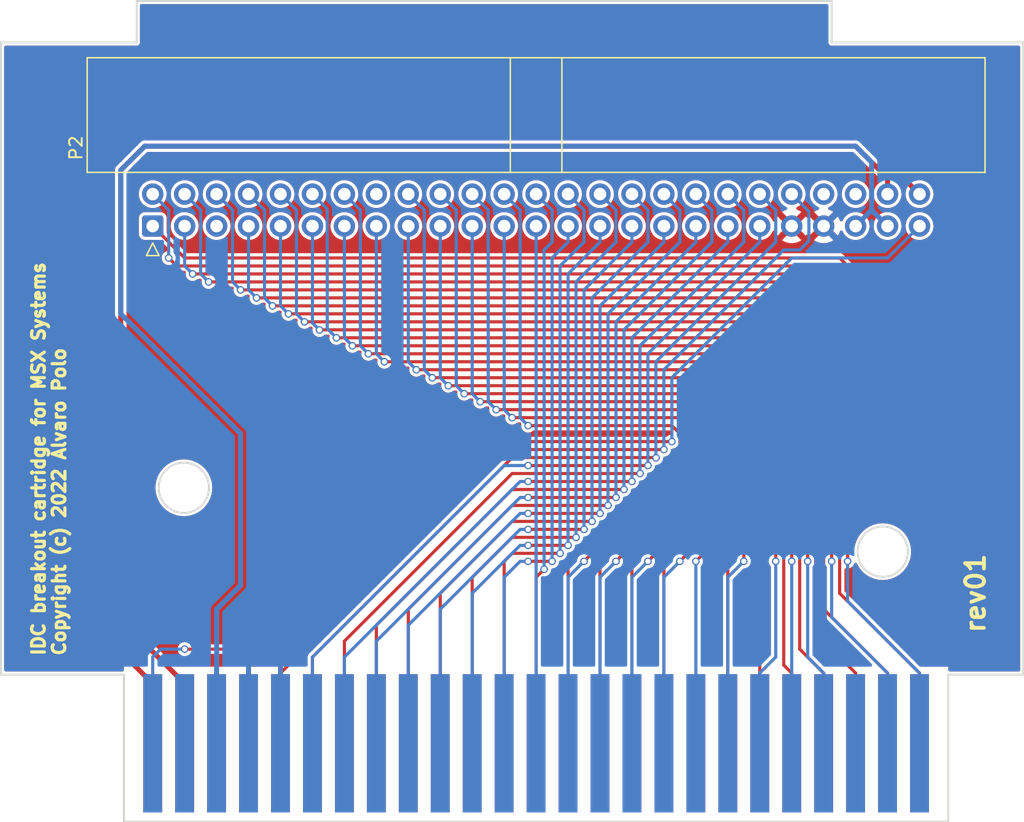
<source format=kicad_pcb>
(kicad_pcb (version 20211014) (generator pcbnew)
  (layers (0 "F.Cu" mixed) (31 "B.Cu" mixed) (34 "B.Paste" user) (35 "F.Paste" user) (36 "B.SilkS" user "B.Silkscreen") (37 "F.SilkS" user "F.Silkscreen") (38 "B.Mask" user) (39 "F.Mask" user) (44 "Edge.Cuts" user))
  (net 0 "")
  (net 1 "VCC")
  (net 2 "GND")
  (net 3 "/A9")
  (net 4 "/A11")
  (net 5 "/A7")
  (net 6 "/A12")
  (net 7 "/A14")
  (net 8 "/A1")
  (net 9 "/A3")
  (net 10 "/A5")
  (net 11 "/D1")
  (net 12 "/D3")
  (net 13 "/D5")
  (net 14 "/D7")
  (net 15 "Net-(P1-Pad44)")
  (net 16 "/D6")
  (net 17 "/D4")
  (net 18 "/D2")
  (net 19 "/D0")
  (net 20 "/A4")
  (net 21 "/A2")
  (net 22 "/A0")
  (net 23 "/A13")
  (net 24 "/A8")
  (net 25 "/A6")
  (net 26 "/A10")
  (net 27 "/A15")
  (net 28 "/~{CS1}")
  (net 29 "/~{CS2}")
  (net 30 "/~{CS12}")
  (net 31 "/~{SLTSL}")
  (net 32 "/~{RFSH}")
  (net 34 "/~{WAIT}")
  (net 35 "/~{INT}")
  (net 36 "/~{M1}")
  (net 37 "/~{BUSDIR}")
  (net 38 "/~{IORQ}")
  (net 39 "/~{MREQ}")
  (net 40 "/~{WR}")
  (net 41 "/~{RD}")
  (net 42 "/~{RST}")
  (net 44 "/CLK")
  (net 45 "+12V")
  (net 46 "/SNDIN")
  (net 47 "-12V")
  (footprint "msx:msx_cartridge" (layer "F.Cu") (at 154.305 154.94)
    (fp_text reference "P1" hide)
    (fp_text value "CONN_02X25")
    (pad "1" connect rect locked (at 30.48 -0.127) (size 1.5 11) (layers "B.Cu" "B.Mask") (net 28 "/~{CS1}"))
    (pad "2" connect rect locked (at 30.48 -0.127) (size 1.5 11) (layers "F.Cu" "F.Mask") (net 29 "/~{CS2}"))
    (pad "3" connect rect locked (at 27.94 -0.127) (size 1.5 11) (layers "B.Cu" "B.Mask") (net 30 "/~{CS12}"))
    (pad "4" connect rect locked (at 27.94 -0.127) (size 1.5 11) (layers "F.Cu" "F.Mask") (net 31 "/~{SLTSL}"))
    (pad "5" connect rect locked (at 25.4 -0.127) (size 1.5 11) (layers "B.Cu" "B.Mask"))
    (pad "6" connect rect locked (at 25.4 -0.127) (size 1.5 11) (layers "F.Cu" "F.Mask") (net 32 "/~{RFSH}"))
    (pad "7" connect rect locked (at 22.86 -0.127) (size 1.5 11) (layers "B.Cu" "B.Mask") (net 34 "/~{WAIT}"))
    (pad "8" connect rect locked (at 22.86 -0.127) (size 1.5 11) (layers "F.Cu" "F.Mask") (net 35 "/~{INT}"))
    (pad "9" connect rect locked (at 20.32 -0.127) (size 1.5 11) (layers "B.Cu" "B.Mask") (net 36 "/~{M1}"))
    (pad "10" connect rect locked (at 20.32 -0.127) (size 1.5 11) (layers "F.Cu" "F.Mask") (net 37 "/~{BUSDIR}"))
    (pad "11" connect rect locked (at 17.78 -0.127) (size 1.5 11) (layers "B.Cu" "B.Mask") (net 38 "/~{IORQ}"))
    (pad "12" connect rect locked (at 17.78 -0.127) (size 1.5 11) (layers "F.Cu" "F.Mask") (net 39 "/~{MREQ}"))
    (pad "13" connect rect locked (at 15.24 -0.127) (size 1.5 11) (layers "B.Cu" "B.Mask") (net 40 "/~{WR}"))
    (pad "14" connect rect locked (at 15.24 -0.127) (size 1.5 11) (layers "F.Cu" "F.Mask") (net 41 "/~{RD}"))
    (pad "15" connect rect locked (at 12.7 -0.127) (size 1.5 11) (layers "B.Cu" "B.Mask") (net 42 "/~{RST}"))
    (pad "16" connect rect locked (at 12.7 -0.127) (size 1.5 11) (layers "F.Cu" "F.Mask"))
    (pad "17" connect rect locked (at 10.16 -0.127) (size 1.5 11) (layers "B.Cu" "B.Mask") (net 3 "/A9"))
    (pad "18" connect rect locked (at 10.16 -0.127) (size 1.5 11) (layers "F.Cu" "F.Mask") (net 27 "/A15"))
    (pad "19" connect rect locked (at 7.62 -0.127) (size 1.5 11) (layers "B.Cu" "B.Mask") (net 4 "/A11"))
    (pad "20" connect rect locked (at 7.62 -0.127) (size 1.5 11) (layers "F.Cu" "F.Mask") (net 26 "/A10"))
    (pad "21" connect rect locked (at 5.08 -0.127) (size 1.5 11) (layers "B.Cu" "B.Mask") (net 5 "/A7"))
    (pad "22" connect rect locked (at 5.08 -0.127) (size 1.5 11) (layers "F.Cu" "F.Mask") (net 25 "/A6"))
    (pad "23" connect rect locked (at 2.54 -0.127) (size 1.5 11) (layers "B.Cu" "B.Mask") (net 6 "/A12"))
    (pad "24" connect rect locked (at 2.54 -0.127) (size 1.5 11) (layers "F.Cu" "F.Mask") (net 24 "/A8"))
    (pad "25" connect rect locked (at 0 -0.127) (size 1.5 11) (layers "B.Cu" "B.Mask") (net 7 "/A14"))
    (pad "26" connect rect locked (at 0 -0.127) (size 1.5 11) (layers "F.Cu" "F.Mask") (net 23 "/A13"))
    (pad "27" connect rect locked (at -2.54 -0.127) (size 1.5 11) (layers "B.Cu" "B.Mask") (net 8 "/A1"))
    (pad "28" connect rect locked (at -2.54 -0.127) (size 1.5 11) (layers "F.Cu" "F.Mask") (net 22 "/A0"))
    (pad "29" connect rect locked (at -5.08 -0.127) (size 1.5 11) (layers "B.Cu" "B.Mask") (net 9 "/A3"))
    (pad "30" connect rect locked (at -5.08 -0.127) (size 1.5 11) (layers "F.Cu" "F.Mask") (net 21 "/A2"))
    (pad "31" connect rect locked (at -7.62 -0.127) (size 1.5 11) (layers "B.Cu" "B.Mask") (net 10 "/A5"))
    (pad "32" connect rect locked (at -7.62 -0.127) (size 1.5 11) (layers "F.Cu" "F.Mask") (net 20 "/A4"))
    (pad "33" connect rect locked (at -10.16 -0.127) (size 1.5 11) (layers "B.Cu" "B.Mask") (net 11 "/D1"))
    (pad "34" connect rect locked (at -10.16 -0.127) (size 1.5 11) (layers "F.Cu" "F.Mask") (net 19 "/D0"))
    (pad "35" connect rect locked (at -12.7 -0.127) (size 1.5 11) (layers "B.Cu" "B.Mask") (net 12 "/D3"))
    (pad "36" connect rect locked (at -12.7 -0.127) (size 1.5 11) (layers "F.Cu" "F.Mask") (net 18 "/D2"))
    (pad "37" connect rect locked (at -15.24 -0.127) (size 1.5 11) (layers "B.Cu" "B.Mask") (net 13 "/D5"))
    (pad "38" connect rect locked (at -15.24 -0.127) (size 1.5 11) (layers "F.Cu" "F.Mask") (net 17 "/D4"))
    (pad "39" connect rect locked (at -17.78 -0.127) (size 1.5 11) (layers "B.Cu" "B.Mask") (net 14 "/D7"))
    (pad "40" connect rect locked (at -17.78 -0.127) (size 1.5 11) (layers "F.Cu" "F.Mask") (net 16 "/D6"))
    (pad "41" connect rect locked (at -20.32 -0.127) (size 1.5 11) (layers "B.Cu" "B.Mask") (net 2 "GND"))
    (pad "42" connect rect locked (at -20.32 -0.127) (size 1.5 11) (layers "F.Cu" "F.Mask") (net 44 "/CLK"))
    (pad "43" connect rect locked (at -22.86 -0.127) (size 1.5 11) (layers "B.Cu" "B.Mask") (net 2 "GND"))
    (pad "44" connect rect locked (at -22.86 -0.127) (size 1.5 11) (layers "F.Cu" "F.Mask") (net 15 "Net-(P1-Pad44)"))
    (pad "45" connect rect locked (at -25.4 -0.127) (size 1.5 11) (layers "B.Cu" "B.Mask") (net 1 "VCC"))
    (pad "46" connect rect locked (at -25.4 -0.127) (size 1.5 11) (layers "F.Cu" "F.Mask") (net 15 "Net-(P1-Pad44)"))
    (pad "47" connect rect locked (at -27.94 -0.127) (size 1.5 11) (layers "B.Cu" "B.Mask") (net 1 "VCC"))
    (pad "48" connect rect locked (at -27.94 -0.127) (size 1.5 11) (layers "F.Cu" "F.Mask") (net 45 "+12V"))
    (pad "49" connect rect locked (at -30.48 -0.127) (size 1.5 11) (layers "B.Cu" "B.Mask") (net 46 "/SNDIN"))
    (pad "50" connect rect locked (at -30.48 -0.127) (size 1.5 11) (layers "F.Cu" "F.Mask") (net 47 "-12V"))
  )
  (footprint "Connector_IDC:IDC-Header_2x25_P2.54mm_Horizontal" (layer "F.Cu") (at 123.825 113.665 90)
    (fp_text reference "P2" (at 6.215 -6.1 90) (layer "F.SilkS"))
    (fp_text value "CONN_02X25")
    (fp_line (start 4.27 32.53) (end 13.39 32.53) (layer "F.SilkS") (width 0.12))
    (fp_line (start 4.27 -5.21) (end 13.39 -5.21) (layer "F.SilkS") (width 0.12))
    (fp_line (start 4.27 28.43) (end 13.39 28.43) (layer "F.SilkS") (width 0.12))
    (fp_line (start 13.39 66.17) (end 4.27 66.17) (layer "F.SilkS") (width 0.12))
    (fp_line (start 13.39 -5.21) (end 13.39 66.17) (layer "F.SilkS") (width 0.12))
    (fp_line (start -2.35 -0.5) (end -2.35 0.5) (layer "F.SilkS") (width 0.12))
    (fp_line (start 4.27 66.17) (end 4.27 -5.21) (layer "F.SilkS") (width 0.12))
    (fp_line (start -1.35 0) (end -2.35 -0.5) (layer "F.SilkS") (width 0.12))
    (fp_line (start -2.35 0.5) (end -1.35 0) (layer "F.SilkS") (width 0.12))
    (pad "1" thru_hole roundrect (at 0 0 90) (size 1.7 1.7) (drill 1) (layers *.Cu *.Mask) (roundrect_rratio 0.147059) (net 28 "/~{CS1}"))
    (pad "2" thru_hole circle (at 2.54 0 90) (size 1.7 1.7) (drill 1) (layers *.Cu *.Mask) (net 29 "/~{CS2}"))
    (pad "3" thru_hole circle (at 0 2.54 90) (size 1.7 1.7) (drill 1) (layers *.Cu *.Mask) (net 30 "/~{CS12}"))
    (pad "4" thru_hole circle (at 2.54 2.54 90) (size 1.7 1.7) (drill 1) (layers *.Cu *.Mask) (net 31 "/~{SLTSL}"))
    (pad "5" thru_hole circle (at 0 5.08 90) (size 1.7 1.7) (drill 1) (layers *.Cu *.Mask))
    (pad "6" thru_hole circle (at 2.54 5.08 90) (size 1.7 1.7) (drill 1) (layers *.Cu *.Mask) (net 32 "/~{RFSH}"))
    (pad "7" thru_hole circle (at 0 7.62 90) (size 1.7 1.7) (drill 1) (layers *.Cu *.Mask) (net 34 "/~{WAIT}"))
    (pad "8" thru_hole circle (at 2.54 7.62 90) (size 1.7 1.7) (drill 1) (layers *.Cu *.Mask) (net 35 "/~{INT}"))
    (pad "9" thru_hole circle (at 0 10.16 90) (size 1.7 1.7) (drill 1) (layers *.Cu *.Mask) (net 36 "/~{M1}"))
    (pad "10" thru_hole circle (at 2.54 10.16 90) (size 1.7 1.7) (drill 1) (layers *.Cu *.Mask) (net 37 "/~{BUSDIR}"))
    (pad "11" thru_hole circle (at 0 12.7 90) (size 1.7 1.7) (drill 1) (layers *.Cu *.Mask) (net 38 "/~{IORQ}"))
    (pad "12" thru_hole circle (at 2.54 12.7 90) (size 1.7 1.7) (drill 1) (layers *.Cu *.Mask) (net 39 "/~{MREQ}"))
    (pad "13" thru_hole circle (at 0 15.24 90) (size 1.7 1.7) (drill 1) (layers *.Cu *.Mask) (net 40 "/~{WR}"))
    (pad "14" thru_hole circle (at 2.54 15.24 90) (size 1.7 1.7) (drill 1) (layers *.Cu *.Mask) (net 41 "/~{RD}"))
    (pad "15" thru_hole circle (at 0 17.78 90) (size 1.7 1.7) (drill 1) (layers *.Cu *.Mask) (net 42 "/~{RST}"))
    (pad "16" thru_hole circle (at 2.54 17.78 90) (size 1.7 1.7) (drill 1) (layers *.Cu *.Mask))
    (pad "17" thru_hole circle (at 0 20.32 90) (size 1.7 1.7) (drill 1) (layers *.Cu *.Mask) (net 3 "/A9"))
    (pad "18" thru_hole circle (at 2.54 20.32 90) (size 1.7 1.7) (drill 1) (layers *.Cu *.Mask) (net 27 "/A15"))
    (pad "19" thru_hole circle (at 0 22.86 90) (size 1.7 1.7) (drill 1) (layers *.Cu *.Mask) (net 4 "/A11"))
    (pad "20" thru_hole circle (at 2.54 22.86 90) (size 1.7 1.7) (drill 1) (layers *.Cu *.Mask) (net 26 "/A10"))
    (pad "21" thru_hole circle (at 0 25.4 90) (size 1.7 1.7) (drill 1) (layers *.Cu *.Mask) (net 5 "/A7"))
    (pad "22" thru_hole circle (at 2.54 25.4 90) (size 1.7 1.7) (drill 1) (layers *.Cu *.Mask) (net 25 "/A6"))
    (pad "23" thru_hole circle (at 0 27.94 90) (size 1.7 1.7) (drill 1) (layers *.Cu *.Mask) (net 6 "/A12"))
    (pad "24" thru_hole circle (at 2.54 27.94 90) (size 1.7 1.7) (drill 1) (layers *.Cu *.Mask) (net 24 "/A8"))
    (pad "25" thru_hole circle (at 0 30.48 90) (size 1.7 1.7) (drill 1) (layers *.Cu *.Mask) (net 7 "/A14"))
    (pad "26" thru_hole circle (at 2.54 30.48 90) (size 1.7 1.7) (drill 1) (layers *.Cu *.Mask) (net 23 "/A13"))
    (pad "27" thru_hole circle (at 0 33.02 90) (size 1.7 1.7) (drill 1) (layers *.Cu *.Mask) (net 8 "/A1"))
    (pad "28" thru_hole circle (at 2.54 33.02 90) (size 1.7 1.7) (drill 1) (layers *.Cu *.Mask) (net 22 "/A0"))
    (pad "29" thru_hole circle (at 0 35.56 90) (size 1.7 1.7) (drill 1) (layers *.Cu *.Mask) (net 9 "/A3"))
    (pad "30" thru_hole circle (at 2.54 35.56 90) (size 1.7 1.7) (drill 1) (layers *.Cu *.Mask) (net 21 "/A2"))
    (pad "31" thru_hole circle (at 0 38.1 90) (size 1.7 1.7) (drill 1) (layers *.Cu *.Mask) (net 10 "/A5"))
    (pad "32" thru_hole circle (at 2.54 38.1 90) (size 1.7 1.7) (drill 1) (layers *.Cu *.Mask) (net 20 "/A4"))
    (pad "33" thru_hole circle (at 0 40.64 90) (size 1.7 1.7) (drill 1) (layers *.Cu *.Mask) (net 11 "/D1"))
    (pad "34" thru_hole circle (at 2.54 40.64 90) (size 1.7 1.7) (drill 1) (layers *.Cu *.Mask) (net 19 "/D0"))
    (pad "35" thru_hole circle (at 0 43.18 90) (size 1.7 1.7) (drill 1) (layers *.Cu *.Mask) (net 12 "/D3"))
    (pad "36" thru_hole circle (at 2.54 43.18 90) (size 1.7 1.7) (drill 1) (layers *.Cu *.Mask) (net 18 "/D2"))
    (pad "37" thru_hole circle (at 0 45.72 90) (size 1.7 1.7) (drill 1) (layers *.Cu *.Mask) (net 13 "/D5"))
    (pad "38" thru_hole circle (at 2.54 45.72 90) (size 1.7 1.7) (drill 1) (layers *.Cu *.Mask) (net 17 "/D4"))
    (pad "39" thru_hole circle (at 0 48.26 90) (size 1.7 1.7) (drill 1) (layers *.Cu *.Mask) (net 14 "/D7"))
    (pad "40" thru_hole circle (at 2.54 48.26 90) (size 1.7 1.7) (drill 1) (layers *.Cu *.Mask) (net 16 "/D6"))
    (pad "41" thru_hole circle (at 0 50.8 90) (size 1.7 1.7) (drill 1) (layers *.Cu *.Mask) (net 2 "GND"))
    (pad "42" thru_hole circle (at 2.54 50.8 90) (size 1.7 1.7) (drill 1) (layers *.Cu *.Mask) (net 44 "/CLK"))
    (pad "43" thru_hole circle (at 0 53.34 90) (size 1.7 1.7) (drill 1) (layers *.Cu *.Mask) (net 2 "GND"))
    (pad "44" thru_hole circle (at 2.54 53.34 90) (size 1.7 1.7) (drill 1) (layers *.Cu *.Mask))
    (pad "45" thru_hole circle (at 0 55.88 90) (size 1.7 1.7) (drill 1) (layers *.Cu *.Mask) (net 1 "VCC"))
    (pad "46" thru_hole circle (at 2.54 55.88 90) (size 1.7 1.7) (drill 1) (layers *.Cu *.Mask))
    (pad "47" thru_hole circle (at 0 58.42 90) (size 1.7 1.7) (drill 1) (layers *.Cu *.Mask) (net 1 "VCC"))
    (pad "48" thru_hole circle (at 2.54 58.42 90) (size 1.7 1.7) (drill 1) (layers *.Cu *.Mask) (net 45 "+12V"))
    (pad "49" thru_hole circle (at 0 60.96 90) (size 1.7 1.7) (drill 1) (layers *.Cu *.Mask) (net 46 "/SNDIN"))
    (pad "50" thru_hole circle (at 2.54 60.96 90) (size 1.7 1.7) (drill 1) (layers *.Cu *.Mask) (net 47 "-12V"))
  )
  (gr_line (start 121.539 161.036) (end 121.539 149.352) (layer "Edge.Cuts") (width 0.15))
  (gr_line (start 177.8 95.758) (end 177.8 99.06) (layer "Edge.Cuts") (width 0.15))
  (gr_line (start 111.76 149.352) (end 111.76 99.06) (layer "Edge.Cuts") (width 0.15))
  (gr_line (start 177.8 99.06) (end 193.04 99.06) (layer "Edge.Cuts") (width 0.15))
  (gr_line (start 121.539 149.352) (end 111.76 149.352) (layer "Edge.Cuts") (width 0.15))
  (gr_line (start 187.071 149.352) (end 193.04 149.352) (layer "Edge.Cuts") (width 0.15))
  (gr_circle (center 126.3 134.485) (end 124.3 134.485) (layer "Edge.Cuts") (width 0.15) (fill none))
  (gr_line (start 122.555 95.758) (end 122.555 99.06) (layer "Edge.Cuts") (width 0.15))
  (gr_line (start 111.76 99.06) (end 122.555 99.06) (layer "Edge.Cuts") (width 0.15))
  (gr_line (start 187.071 161.036) (end 121.539 161.036) (layer "Edge.Cuts") (width 0.15))
  (gr_circle (center 181.86 139.565) (end 183.86 139.565) (layer "Edge.Cuts") (width 0.15) (fill none))
  (gr_line (start 122.555 95.758) (end 177.8 95.758) (layer "Edge.Cuts") (width 0.15))
  (gr_line (start 193.04 99.06) (end 193.04 149.352) (layer "Edge.Cuts") (width 0.15))
  (gr_line (start 187.071 149.352) (end 187.071 161.036) (layer "Edge.Cuts") (width 0.15))
  (gr_text "rev01" (at 189.23 142.875 90) (layer "F.SilkS") (effects (font (size 1.5 1.5) (thickness 0.3))))
  (gr_text "IDC breakout cartridge for MSX Systems\nCopyright (c) 2022 Alvaro Polo\n" (at 115.57 147.955 90) (layer "F.SilkS") (effects (font (size 1.016 1.016) (thickness 0.254)) (justify left)))
  (segment (start 180.975 112.395) (end 179.705 113.665) (width 0.4) (layer "B.Cu") (net 1))
  (segment (start 121.285 109.22) (end 123.19 107.315) (width 0.4) (layer "B.Cu") (net 1))
  (segment (start 128.905 144.145) (end 130.81 142.24) (width 0.4) (layer "B.Cu") (net 1))
  (segment (start 123.19 107.315) (end 179.705 107.315) (width 0.4) (layer "B.Cu") (net 1))
  (segment (start 179.705 107.315) (end 180.975 108.585) (width 0.4) (layer "B.Cu") (net 1))
  (segment (start 182.245 113.665) (end 180.975 112.395) (width 0.4) (layer "B.Cu") (net 1))
  (segment (start 128.905 154.813) (end 128.905 144.145) (width 0.4) (layer "B.Cu") (net 1))
  (segment (start 180.975 108.585) (end 180.975 112.395) (width 0.4) (layer "B.Cu") (net 1))
  (segment (start 121.285 120.65) (end 121.285 109.22) (width 0.4) (layer "B.Cu") (net 1))
  (segment (start 130.81 130.175) (end 121.285 120.65) (width 0.4) (layer "B.Cu") (net 1))
  (segment (start 130.81 142.24) (end 130.81 130.175) (width 0.4) (layer "B.Cu") (net 1))
  (segment (start 133.985 148.59) (end 133.35 147.955) (width 0.4) (layer "B.Cu") (net 2))
  (segment (start 133.35 147.955) (end 132.08 147.955) (width 0.4) (layer "B.Cu") (net 2))
  (segment (start 132.08 147.955) (end 131.445 148.59) (width 0.4) (layer "B.Cu") (net 2))
  (segment (start 131.445 148.59) (end 131.445 154.813) (width 0.4) (layer "B.Cu") (net 2))
  (segment (start 133.985 154.813) (end 133.985 148.59) (width 0.4) (layer "B.Cu") (net 2))
  (segment (start 169.545 125.095) (end 170.18 125.73) (width 0.25) (layer "F.Cu") (net 3))
  (segment (start 170.18 125.73) (end 170.18 128.27) (width 0.25) (layer "F.Cu") (net 3))
  (segment (start 169.545 125.095) (end 144.78 125.095) (width 0.25) (layer "F.Cu") (net 3))
  (segment (start 170.18 128.27) (end 170.18 135.89) (width 0.25) (layer "F.Cu") (net 3))
  (segment (start 170.18 135.89) (end 165.735 140.335) (width 0.25) (layer "F.Cu") (net 3))
  (via (at 165.735 140.335) (size 0.6) (drill 0.4) (layers "F.Cu" "B.Cu") (net 3))
  (via (at 144.78 125.095) (size 0.6) (drill 0.4) (layers "F.Cu" "B.Cu") (net 3))
  (segment (start 165.735 140.335) (end 164.465 141.605) (width 0.25) (layer "B.Cu") (net 3))
  (segment (start 164.465 141.605) (end 164.465 154.813) (width 0.25) (layer "B.Cu") (net 3))
  (segment (start 144.78 125.095) (end 144.145 124.46) (width 0.25) (layer "B.Cu") (net 3))
  (segment (start 144.145 124.46) (end 144.145 113.665) (width 0.25) (layer "B.Cu") (net 3))
  (segment (start 168.91 134.62) (end 163.195 140.335) (width 0.25) (layer "F.Cu") (net 4))
  (segment (start 168.91 130.175) (end 168.91 134.62) (width 0.25) (layer "F.Cu") (net 4))
  (segment (start 168.275 126.365) (end 147.32 126.365) (width 0.25) (layer "F.Cu") (net 4))
  (segment (start 168.275 126.365) (end 168.91 127) (width 0.25) (layer "F.Cu") (net 4))
  (segment (start 168.91 127) (end 168.91 130.175) (width 0.25) (layer "F.Cu") (net 4))
  (via (at 147.32 126.365) (size 0.6) (drill 0.4) (layers "F.Cu" "B.Cu") (net 4))
  (via (at 163.195 140.335) (size 0.6) (drill 0.4) (layers "F.Cu" "B.Cu") (net 4))
  (segment (start 146.685 125.73) (end 146.685 113.665) (width 0.25) (layer "B.Cu") (net 4))
  (segment (start 163.195 140.335) (end 161.925 141.605) (width 0.25) (layer "B.Cu") (net 4))
  (segment (start 161.925 141.605) (end 161.925 154.813) (width 0.25) (layer "B.Cu") (net 4))
  (segment (start 147.32 126.365) (end 146.685 125.73) (width 0.25) (layer "B.Cu") (net 4))
  (segment (start 167.64 133.35) (end 160.655 140.335) (width 0.25) (layer "F.Cu") (net 5))
  (segment (start 167.64 130.81) (end 167.64 133.35) (width 0.25) (layer "F.Cu") (net 5))
  (segment (start 167.64 128.27) (end 167.64 130.81) (width 0.25) (layer "F.Cu") (net 5))
  (segment (start 167.005 127.635) (end 149.86 127.635) (width 0.25) (layer "F.Cu") (net 5))
  (segment (start 167.005 127.635) (end 167.64 128.27) (width 0.25) (layer "F.Cu") (net 5))
  (via (at 149.86 127.635) (size 0.6) (drill 0.4) (layers "F.Cu" "B.Cu") (net 5))
  (via (at 160.655 140.335) (size 0.6) (drill 0.4) (layers "F.Cu" "B.Cu") (net 5))
  (segment (start 160.655 140.335) (end 159.385 141.605) (width 0.25) (layer "B.Cu") (net 5))
  (segment (start 159.385 141.605) (end 159.385 154.813) (width 0.25) (layer "B.Cu") (net 5))
  (segment (start 149.86 127.635) (end 149.225 127) (width 0.25) (layer "B.Cu") (net 5))
  (segment (start 149.225 127) (end 149.225 113.665) (width 0.25) (layer "B.Cu") (net 5))
  (segment (start 166.37 132.08) (end 158.115 140.335) (width 0.25) (layer "F.Cu") (net 6))
  (segment (start 166.37 132.08) (end 166.37 129.54) (width 0.25) (layer "F.Cu") (net 6))
  (segment (start 166.37 129.54) (end 165.735 128.905) (width 0.25) (layer "F.Cu") (net 6))
  (segment (start 165.735 128.905) (end 152.4 128.905) (width 0.25) (layer "F.Cu") (net 6))
  (via (at 152.4 128.905) (size 0.6) (drill 0.4) (layers "F.Cu" "B.Cu") (net 6))
  (via (at 158.115 140.335) (size 0.6) (drill 0.4) (layers "F.Cu" "B.Cu") (net 6))
  (segment (start 152.4 128.905) (end 151.765 128.27) (width 0.25) (layer "B.Cu") (net 6))
  (segment (start 151.765 128.27) (end 151.765 113.665) (width 0.25) (layer "B.Cu") (net 6))
  (segment (start 158.115 140.335) (end 156.845 141.605) (width 0.25) (layer "B.Cu") (net 6))
  (segment (start 156.845 141.605) (end 156.845 154.813) (width 0.25) (layer "B.Cu") (net 6))
  (segment (start 154.305 113.665) (end 154.305 154.813) (width 0.25) (layer "B.Cu") (net 7))
  (segment (start 155.575 140.335) (end 153.67 140.335) (width 0.25) (layer "F.Cu") (net 8))
  (via (at 153.67 140.335) (size 0.6) (drill 0.4) (layers "F.Cu" "B.Cu") (net 8))
  (via (at 155.575 140.335) (size 0.6) (drill 0.4) (layers "F.Cu" "B.Cu") (net 8))
  (segment (start 153.035 140.335) (end 153.67 140.335) (width 0.25) (layer "B.Cu") (net 8))
  (segment (start 151.765 141.605) (end 153.035 140.335) (width 0.25) (layer "B.Cu") (net 8))
  (segment (start 155.575 116.205) (end 156.845 114.935) (width 0.25) (layer "B.Cu") (net 8))
  (segment (start 156.845 114.935) (end 156.845 113.665) (width 0.25) (layer "B.Cu") (net 8))
  (segment (start 151.765 154.813) (end 151.765 141.605) (width 0.25) (layer "B.Cu") (net 8))
  (segment (start 155.575 140.335) (end 155.575 116.205) (width 0.25) (layer "B.Cu") (net 8))
  (segment (start 156.845 139.065) (end 153.67 139.065) (width 0.25) (layer "F.Cu") (net 9))
  (via (at 156.845 139.065) (size 0.6) (drill 0.4) (layers "F.Cu" "B.Cu") (net 9))
  (via (at 153.67 139.065) (size 0.6) (drill 0.4) (layers "F.Cu" "B.Cu") (net 9))
  (segment (start 156.845 139.065) (end 156.845 117.475) (width 0.25) (layer "B.Cu") (net 9))
  (segment (start 156.845 117.475) (end 159.385 114.935) (width 0.25) (layer "B.Cu") (net 9))
  (segment (start 159.385 114.935) (end 159.385 113.665) (width 0.25) (layer "B.Cu") (net 9))
  (segment (start 153.035 139.065) (end 153.67 139.065) (width 0.25) (layer "B.Cu") (net 9))
  (segment (start 149.225 142.875) (end 153.035 139.065) (width 0.25) (layer "B.Cu") (net 9))
  (segment (start 149.225 154.813) (end 149.225 142.875) (width 0.25) (layer "B.Cu") (net 9))
  (segment (start 158.115 137.795) (end 153.67 137.795) (width 0.25) (layer "F.Cu") (net 10))
  (via (at 158.115 137.795) (size 0.6) (drill 0.4) (layers "F.Cu" "B.Cu") (net 10))
  (via (at 153.67 137.795) (size 0.6) (drill 0.4) (layers "F.Cu" "B.Cu") (net 10))
  (segment (start 158.115 137.795) (end 158.115 118.745) (width 0.25) (layer "B.Cu") (net 10))
  (segment (start 146.685 154.813) (end 146.685 144.145) (width 0.25) (layer "B.Cu") (net 10))
  (segment (start 146.685 144.145) (end 153.035 137.795) (width 0.25) (layer "B.Cu") (net 10))
  (segment (start 161.925 114.935) (end 161.925 113.665) (width 0.25) (layer "B.Cu") (net 10))
  (segment (start 153.035 137.795) (end 153.67 137.795) (width 0.25) (layer "B.Cu") (net 10))
  (segment (start 158.115 118.745) (end 161.925 114.935) (width 0.25) (layer "B.Cu") (net 10))
  (segment (start 159.385 136.525) (end 153.67 136.525) (width 0.25) (layer "F.Cu") (net 11))
  (via (at 153.67 136.525) (size 0.6) (drill 0.4) (layers "F.Cu" "B.Cu") (net 11))
  (via (at 159.385 136.525) (size 0.6) (drill 0.4) (layers "F.Cu" "B.Cu") (net 11))
  (segment (start 144.145 145.415) (end 153.035 136.525) (width 0.25) (layer "B.Cu") (net 11))
  (segment (start 153.035 136.525) (end 153.67 136.525) (width 0.25) (layer "B.Cu") (net 11))
  (segment (start 144.145 154.813) (end 144.145 145.415) (width 0.25) (layer "B.Cu") (net 11))
  (segment (start 159.385 136.525) (end 159.385 120.015) (width 0.25) (layer "B.Cu") (net 11))
  (segment (start 159.385 120.015) (end 164.465 114.935) (width 0.25) (layer "B.Cu") (net 11))
  (segment (start 164.465 114.935) (end 164.465 113.665) (width 0.25) (layer "B.Cu") (net 11))
  (segment (start 153.67 135.255) (end 160.655 135.255) (width 0.25) (layer "F.Cu") (net 12))
  (via (at 153.67 135.255) (size 0.6) (drill 0.4) (layers "F.Cu" "B.Cu") (net 12))
  (via (at 160.655 135.255) (size 0.6) (drill 0.4) (layers "F.Cu" "B.Cu") (net 12))
  (segment (start 153.035 135.255) (end 153.67 135.255) (width 0.25) (layer "B.Cu") (net 12))
  (segment (start 167.005 114.935) (end 167.005 113.665) (width 0.25) (layer "B.Cu") (net 12))
  (segment (start 141.605 154.813) (end 141.605 146.685) (width 0.25) (layer "B.Cu") (net 12))
  (segment (start 160.655 135.255) (end 160.655 121.285) (width 0.25) (layer "B.Cu") (net 12))
  (segment (start 160.655 121.285) (end 167.005 114.935) (width 0.25) (layer "B.Cu") (net 12))
  (segment (start 141.605 146.685) (end 153.035 135.255) (width 0.25) (layer "B.Cu") (net 12))
  (segment (start 161.925 133.985) (end 153.67 133.985) (width 0.25) (layer "F.Cu") (net 13))
  (via (at 161.925 133.985) (size 0.6) (drill 0.4) (layers "F.Cu" "B.Cu") (net 13))
  (via (at 153.67 133.985) (size 0.6) (drill 0.4) (layers "F.Cu" "B.Cu") (net 13))
  (segment (start 169.545 114.935) (end 169.545 113.665) (width 0.25) (layer "B.Cu") (net 13))
  (segment (start 139.065 154.813) (end 139.065 147.955) (width 0.25) (layer "B.Cu") (net 13))
  (segment (start 139.065 147.955) (end 153.035 133.985) (width 0.25) (layer "B.Cu") (net 13))
  (segment (start 161.925 133.985) (end 161.925 122.555) (width 0.25) (layer "B.Cu") (net 13))
  (segment (start 153.035 133.985) (end 153.67 133.985) (width 0.25) (layer "B.Cu") (net 13))
  (segment (start 161.925 122.555) (end 169.545 114.935) (width 0.25) (layer "B.Cu") (net 13))
  (segment (start 163.195 132.715) (end 153.67 132.715) (width 0.25) (layer "F.Cu") (net 14))
  (via (at 153.67 132.715) (size 0.6) (drill 0.4) (layers "F.Cu" "B.Cu") (net 14))
  (via (at 163.195 132.715) (size 0.6) (drill 0.4) (layers "F.Cu" "B.Cu") (net 14))
  (segment (start 172.085 114.935) (end 172.085 113.665) (width 0.25) (layer "B.Cu") (net 14))
  (segment (start 163.195 132.715) (end 163.195 123.825) (width 0.25) (layer "B.Cu") (net 14))
  (segment (start 136.525 147.955) (end 136.525 154.813) (width 0.25) (layer "B.Cu") (net 14))
  (segment (start 153.67 132.715) (end 151.765 132.715) (width 0.25) (layer "B.Cu") (net 14))
  (segment (start 151.765 132.715) (end 136.525 147.955) (width 0.25) (layer "B.Cu") (net 14))
  (segment (start 163.195 123.825) (end 172.085 114.935) (width 0.25) (layer "B.Cu") (net 14))
  (segment (start 136.525 147.955) (end 136.525 154.813) (width 0.25) (layer "F.Cu") (net 16))
  (segment (start 152.4 132.08) (end 136.525 147.955) (width 0.25) (layer "F.Cu") (net 16))
  (segment (start 163.8405 132.101891) (end 163.818609 132.08) (width 0.25) (layer "F.Cu") (net 16))
  (segment (start 163.818609 132.08) (end 152.4 132.08) (width 0.25) (layer "F.Cu") (net 16))
  (via (at 163.8405 132.101891) (size 0.6) (drill 0.4) (layers "F.Cu" "B.Cu") (net 16))
  (segment (start 163.83 132.091391) (end 163.83 124.46) (width 0.25) (layer "B.Cu") (net 16))
  (segment (start 173.355 112.395) (end 172.085 111.125) (width 0.25) (layer "B.Cu") (net 16))
  (segment (start 173.355 114.935) (end 173.355 112.395) (width 0.25) (layer "B.Cu") (net 16))
  (segment (start 163.8405 132.101891) (end 163.83 132.091391) (width 0.25) (layer "B.Cu") (net 16))
  (segment (start 163.83 124.46) (end 173.355 114.935) (width 0.25) (layer "B.Cu") (net 16))
  (segment (start 162.5705 133.35) (end 152.4 133.35) (width 0.25) (layer "F.Cu") (net 17))
  (segment (start 152.4 133.35) (end 139.065 146.685) (width 0.25) (layer "F.Cu") (net 17))
  (segment (start 139.065 147.32) (end 139.065 154.813) (width 0.25) (layer "F.Cu") (net 17))
  (segment (start 139.065 146.685) (end 139.065 147.299022) (width 0.25) (layer "F.Cu") (net 17))
  (via (at 162.5705 133.35) (size 0.6) (drill 0.4) (layers "F.Cu" "B.Cu") (net 17))
  (segment (start 162.56 123.19) (end 170.815 114.935) (width 0.25) (layer "B.Cu") (net 17))
  (segment (start 170.815 114.935) (end 170.815 112.395) (width 0.25) (layer "B.Cu") (net 17))
  (segment (start 162.56 133.3395) (end 162.56 123.19) (width 0.25) (layer "B.Cu") (net 17))
  (segment (start 170.815 112.395) (end 169.545 111.125) (width 0.25) (layer "B.Cu") (net 17))
  (segment (start 162.5705 133.35) (end 162.56 133.3395) (width 0.25) (layer "B.Cu") (net 17))
  (segment (start 152.4 134.62) (end 161.29 134.62) (width 0.25) (layer "F.Cu") (net 18))
  (segment (start 141.605 145.415) (end 152.4 134.62) (width 0.25) (layer "F.Cu") (net 18))
  (segment (start 141.605 154.813) (end 141.605 145.415) (width 0.25) (layer "F.Cu") (net 18))
  (via (at 161.29 134.62) (size 0.6) (drill 0.4) (layers "F.Cu" "B.Cu") (net 18))
  (segment (start 168.275 112.395) (end 167.005 111.125) (width 0.25) (layer "B.Cu") (net 18))
  (segment (start 161.29 134.62) (end 161.29 121.92) (width 0.25) (layer "B.Cu") (net 18))
  (segment (start 168.275 114.935) (end 168.275 112.395) (width 0.25) (layer "B.Cu") (net 18))
  (segment (start 161.29 121.92) (end 168.275 114.935) (width 0.25) (layer "B.Cu") (net 18))
  (segment (start 152.4 135.89) (end 160.02 135.89) (width 0.25) (layer "F.Cu") (net 19))
  (segment (start 144.145 144.145) (end 152.4 135.89) (width 0.25) (layer "F.Cu") (net 19))
  (segment (start 144.145 154.813) (end 144.145 144.145) (width 0.25) (layer "F.Cu") (net 19))
  (via (at 160.02 135.89) (size 0.6) (drill 0.4) (layers "F.Cu" "B.Cu") (net 19))
  (segment (start 165.735 114.935) (end 165.735 112.395) (width 0.25) (layer "B.Cu") (net 19))
  (segment (start 160.02 120.65) (end 165.735 114.935) (width 0.25) (layer "B.Cu") (net 19))
  (segment (start 165.735 112.395) (end 164.465 111.125) (width 0.25) (layer "B.Cu") (net 19))
  (segment (start 160.02 135.89) (end 160.02 120.65) (width 0.25) (layer "B.Cu") (net 19))
  (segment (start 146.685 142.875) (end 152.4 137.16) (width 0.25) (layer "F.Cu") (net 20))
  (segment (start 146.685 154.813) (end 146.685 142.875) (width 0.25) (layer "F.Cu") (net 20))
  (segment (start 152.4 137.16) (end 158.75 137.16) (width 0.25) (layer "F.Cu") (net 20))
  (via (at 158.75 137.16) (size 0.6) (drill 0.4) (layers "F.Cu" "B.Cu") (net 20))
  (segment (start 163.195 112.395) (end 161.925 111.125) (width 0.25) (layer "B.Cu") (net 20))
  (segment (start 158.75 137.16) (end 158.75 119.38) (width 0.25) (layer "B.Cu") (net 20))
  (segment (start 163.195 114.935) (end 163.195 112.395) (width 0.25) (layer "B.Cu") (net 20))
  (segment (start 158.75 119.38) (end 163.195 114.935) (width 0.25) (layer "B.Cu") (net 20))
  (segment (start 149.225 154.813) (end 149.225 141.605) (width 0.25) (layer "F.Cu") (net 21))
  (segment (start 149.225 141.605) (end 152.4 138.43) (width 0.25) (layer "F.Cu") (net 21))
  (segment (start 152.4 138.43) (end 157.48 138.43) (width 0.25) (layer "F.Cu") (net 21))
  (via (at 157.48 138.43) (size 0.6) (drill 0.4) (layers "F.Cu" "B.Cu") (net 21))
  (segment (start 160.655 114.935) (end 160.655 112.395) (width 0.25) (layer "B.Cu") (net 21))
  (segment (start 157.48 138.43) (end 157.48 118.11) (width 0.25) (layer "B.Cu") (net 21))
  (segment (start 157.48 118.11) (end 160.655 114.935) (width 0.25) (layer "B.Cu") (net 21))
  (segment (start 160.655 112.395) (end 159.385 111.125) (width 0.25) (layer "B.Cu") (net 21))
  (segment (start 151.765 140.335) (end 152.4 139.7) (width 0.25) (layer "F.Cu") (net 22))
  (segment (start 152.4 139.7) (end 156.21 139.7) (width 0.25) (layer "F.Cu") (net 22))
  (segment (start 151.765 154.813) (end 151.765 140.335) (width 0.25) (layer "F.Cu") (net 22))
  (via (at 156.21 139.7) (size 0.6) (drill 0.4) (layers "F.Cu" "B.Cu") (net 22))
  (segment (start 158.115 112.395) (end 156.845 111.125) (width 0.25) (layer "B.Cu") (net 22))
  (segment (start 156.21 116.84) (end 158.115 114.935) (width 0.25) (layer "B.Cu") (net 22))
  (segment (start 156.21 139.7) (end 156.21 116.84) (width 0.25) (layer "B.Cu") (net 22))
  (segment (start 158.115 114.935) (end 158.115 112.395) (width 0.25) (layer "B.Cu") (net 22))
  (segment (start 154.305 141.605) (end 154.305 154.813) (width 0.25) (layer "F.Cu") (net 23))
  (segment (start 154.94 140.97) (end 154.305 141.605) (width 0.25) (layer "F.Cu") (net 23))
  (via (at 154.94 140.97) (size 0.6) (drill 0.4) (layers "F.Cu" "B.Cu") (net 23))
  (segment (start 155.575 112.395) (end 154.305 111.125) (width 0.25) (layer "B.Cu") (net 23))
  (segment (start 155.575 114.935) (end 155.575 112.395) (width 0.25) (layer "B.Cu") (net 23))
  (segment (start 154.94 115.57) (end 155.575 114.935) (width 0.25) (layer "B.Cu") (net 23))
  (segment (start 154.94 140.97) (end 154.94 115.57) (width 0.25) (layer "B.Cu") (net 23))
  (segment (start 156.845 140.335) (end 165.735 131.445) (width 0.25) (layer "F.Cu") (net 24))
  (segment (start 156.845 154.813) (end 156.845 140.335) (width 0.25) (layer "F.Cu") (net 24))
  (segment (start 165.1 129.54) (end 153.67 129.54) (width 0.25) (layer "F.Cu") (net 24))
  (segment (start 165.735 130.175) (end 165.1 129.54) (width 0.25) (layer "F.Cu") (net 24))
  (segment (start 165.735 131.445) (end 165.735 130.175) (width 0.25) (layer "F.Cu") (net 24))
  (via (at 153.67 129.54) (size 0.6) (drill 0.4) (layers "F.Cu" "B.Cu") (net 24))
  (segment (start 153.035 128.905) (end 153.035 127.635) (width 0.25) (layer "B.Cu") (net 24))
  (segment (start 153.035 127.635) (end 153.035 112.395) (width 0.25) (layer "B.Cu") (net 24))
  (segment (start 153.67 129.54) (end 153.035 128.905) (width 0.25) (layer "B.Cu") (net 24))
  (segment (start 153.035 112.395) (end 151.765 111.125) (width 0.25) (layer "B.Cu") (net 24))
  (segment (start 167.005 132.715) (end 159.385 140.335) (width 0.25) (layer "F.Cu") (net 25))
  (segment (start 166.37 128.27) (end 167.005 128.905) (width 0.25) (layer "F.Cu") (net 25))
  (segment (start 151.13 128.27) (end 166.37 128.27) (width 0.25) (layer "F.Cu") (net 25))
  (segment (start 159.385 140.335) (end 159.385 154.813) (width 0.25) (layer "F.Cu") (net 25))
  (segment (start 167.005 128.905) (end 167.005 132.715) (width 0.25) (layer "F.Cu") (net 25))
  (via (at 151.13 128.27) (size 0.6) (drill 0.4) (layers "F.Cu" "B.Cu") (net 25))
  (segment (start 151.13 128.27) (end 150.495 127.635) (width 0.25) (layer "B.Cu") (net 25))
  (segment (start 150.495 112.395) (end 149.225 111.125) (width 0.25) (layer "B.Cu") (net 25))
  (segment (start 150.495 127.635) (end 150.495 112.395) (width 0.25) (layer "B.Cu") (net 25))
  (segment (start 148.59 127) (end 167.64 127) (width 0.25) (layer "F.Cu") (net 26))
  (segment (start 168.275 127.635) (end 168.275 133.985) (width 0.25) (layer "F.Cu") (net 26))
  (segment (start 167.64 127) (end 168.275 127.635) (width 0.25) (layer "F.Cu") (net 26))
  (segment (start 161.925 154.813) (end 161.925 140.335) (width 0.25) (layer "F.Cu") (net 26))
  (segment (start 161.925 140.335) (end 168.275 133.985) (width 0.25) (layer "F.Cu") (net 26))
  (via (at 148.59 127) (size 0.6) (drill 0.4) (layers "F.Cu" "B.Cu") (net 26))
  (segment (start 147.955 126.365) (end 147.955 112.395) (width 0.25) (layer "B.Cu") (net 26))
  (segment (start 148.59 127) (end 147.955 126.365) (width 0.25) (layer "B.Cu") (net 26))
  (segment (start 147.955 112.395) (end 146.685 111.125) (width 0.25) (layer "B.Cu") (net 26))
  (segment (start 168.91 125.73) (end 169.545 126.365) (width 0.25) (layer "F.Cu") (net 27))
  (segment (start 146.05 125.73) (end 168.91 125.73) (width 0.25) (layer "F.Cu") (net 27))
  (segment (start 164.465 154.813) (end 164.465 140.335) (width 0.25) (layer "F.Cu") (net 27))
  (segment (start 164.465 140.335) (end 169.545 135.255) (width 0.25) (layer "F.Cu") (net 27))
  (segment (start 169.545 126.365) (end 169.545 135.255) (width 0.25) (layer "F.Cu") (net 27))
  (via (at 146.05 125.73) (size 0.6) (drill 0.4) (layers "F.Cu" "B.Cu") (net 27))
  (segment (start 145.415 125.095) (end 145.415 112.395) (width 0.25) (layer "B.Cu") (net 27))
  (segment (start 145.415 112.395) (end 144.145 111.125) (width 0.25) (layer "B.Cu") (net 27))
  (segment (start 146.05 125.73) (end 145.415 125.095) (width 0.25) (layer "B.Cu") (net 27))
  (segment (start 126.365 116.205) (end 123.825 113.665) (width 0.25) (layer "F.Cu") (net 28))
  (segment (start 179.07 116.84) (end 178.435 116.205) (width 0.25) (layer "F.Cu") (net 28))
  (segment (start 178.435 116.205) (end 126.365 116.205) (width 0.25) (layer "F.Cu") (net 28))
  (segment (start 179.07 140.335) (end 179.07 116.84) (width 0.25) (layer "F.Cu") (net 28))
  (via (at 179.07 140.335) (size 0.6) (drill 0.4) (layers "F.Cu" "B.Cu") (net 28))
  (segment (start 184.785 149.225) (end 184.785 154.813) (width 0.25) (layer "B.Cu") (net 28))
  (segment (start 179.07 140.335) (end 179.07 143.51) (width 0.25) (layer "B.Cu") (net 28))
  (segment (start 179.07 143.51) (end 184.785 149.225) (width 0.25) (layer "B.Cu") (net 28))
  (segment (start 178.435 142.875) (end 184.785 149.225) (width 0.25) (layer "F.Cu") (net 29))
  (segment (start 125.095 116.205) (end 125.73 116.84) (width 0.25) (layer "F.Cu") (net 29))
  (segment (start 178.435 117.475) (end 178.435 142.875) (width 0.25) (layer "F.Cu") (net 29))
  (segment (start 177.8 116.84) (end 178.435 117.475) (width 0.25) (layer "F.Cu") (net 29))
  (segment (start 125.73 116.84) (end 177.8 116.84) (width 0.25) (layer "F.Cu") (net 29))
  (segment (start 184.785 149.225) (end 184.785 154.813) (width 0.25) (layer "F.Cu") (net 29))
  (via (at 125.095 116.205) (size 0.6) (drill 0.4) (layers "F.Cu" "B.Cu") (net 29))
  (segment (start 123.825 111.125) (end 125.095 112.395) (width 0.25) (layer "B.Cu") (net 29))
  (segment (start 125.095 112.395) (end 125.095 116.205) (width 0.25) (layer "B.Cu") (net 29))
  (segment (start 177.8 118.11) (end 177.165 117.475) (width 0.25) (layer "F.Cu") (net 30))
  (segment (start 177.165 117.475) (end 127 117.475) (width 0.25) (layer "F.Cu") (net 30))
  (segment (start 177.8 140.335) (end 177.8 118.11) (width 0.25) (layer "F.Cu") (net 30))
  (via (at 177.8 140.335) (size 0.6) (drill 0.4) (layers "F.Cu" "B.Cu") (net 30))
  (via (at 127 117.475) (size 0.6) (drill 0.4) (layers "F.Cu" "B.Cu") (net 30))
  (segment (start 177.8 144.78) (end 182.245 149.225) (width 0.25) (layer "B.Cu") (net 30))
  (segment (start 177.8 140.335) (end 177.8 144.78) (width 0.25) (layer "B.Cu") (net 30))
  (segment (start 182.245 149.225) (end 182.245 154.813) (width 0.25) (layer "B.Cu") (net 30))
  (segment (start 126.365 116.84) (end 127 117.475) (width 0.25) (layer "B.Cu") (net 30))
  (segment (start 126.365 113.665) (end 126.365 116.84) (width 0.25) (layer "B.Cu") (net 30))
  (segment (start 176.53 118.11) (end 128.27 118.11) (width 0.25) (layer "F.Cu") (net 31))
  (segment (start 177.165 144.145) (end 182.245 149.225) (width 0.25) (layer "F.Cu") (net 31))
  (segment (start 182.245 154.813) (end 182.245 149.225) (width 0.25) (layer "F.Cu") (net 31))
  (segment (start 177.165 118.745) (end 177.165 144.145) (width 0.25) (layer "F.Cu") (net 31))
  (segment (start 176.53 118.11) (end 177.165 118.745) (width 0.25) (layer "F.Cu") (net 31))
  (via (at 128.27 118.11) (size 0.6) (drill 0.4) (layers "F.Cu" "B.Cu") (net 31))
  (segment (start 127.635 117.475) (end 127.635 112.395) (width 0.25) (layer "B.Cu") (net 31))
  (segment (start 127.635 112.395) (end 126.365 111.125) (width 0.25) (layer "B.Cu") (net 31))
  (segment (start 128.27 118.11) (end 127.635 117.475) (width 0.25) (layer "B.Cu") (net 31))
  (segment (start 176.53 119.38) (end 176.53 146.05) (width 0.25) (layer "F.Cu") (net 32))
  (segment (start 175.895 118.745) (end 176.53 119.38) (width 0.25) (layer "F.Cu") (net 32))
  (segment (start 130.81 118.745) (end 175.895 118.745) (width 0.25) (layer "F.Cu") (net 32))
  (segment (start 176.53 146.05) (end 179.705 149.225) (width 0.25) (layer "F.Cu") (net 32))
  (segment (start 179.705 149.225) (end 179.705 154.813) (width 0.25) (layer "F.Cu") (net 32))
  (via (at 130.81 118.745) (size 0.6) (drill 0.4) (layers "F.Cu" "B.Cu") (net 32))
  (segment (start 130.81 118.745) (end 130.175 118.11) (width 0.25) (layer "B.Cu") (net 32))
  (segment (start 130.175 118.11) (end 130.175 112.395) (width 0.25) (layer "B.Cu") (net 32))
  (segment (start 130.175 112.395) (end 128.905 111.125) (width 0.25) (layer "B.Cu") (net 32))
  (segment (start 175.895 140.335) (end 175.895 120.015) (width 0.25) (layer "F.Cu") (net 34))
  (segment (start 175.895 120.015) (end 175.26 119.38) (width 0.25) (layer "F.Cu") (net 34))
  (segment (start 175.26 119.38) (end 132.08 119.38) (width 0.25) (layer "F.Cu") (net 34))
  (via (at 132.08 119.38) (size 0.6) (drill 0.4) (layers "F.Cu" "B.Cu") (net 34))
  (via (at 175.895 140.335) (size 0.6) (drill 0.4) (layers "F.Cu" "B.Cu") (net 34))
  (segment (start 177.165 149.225) (end 177.165 154.813) (width 0.25) (layer "B.Cu") (net 34))
  (segment (start 175.895 147.955) (end 177.165 149.225) (width 0.25) (layer "B.Cu") (net 34))
  (segment (start 175.895 140.335) (end 175.895 147.955) (width 0.25) (layer "B.Cu") (net 34))
  (segment (start 131.445 118.745) (end 131.445 113.665) (width 0.25) (layer "B.Cu") (net 34))
  (segment (start 132.08 119.38) (end 131.445 118.745) (width 0.25) (layer "B.Cu") (net 34))
  (segment (start 177.165 149.225) (end 177.165 154.813) (width 0.25) (layer "F.Cu") (net 35))
  (segment (start 175.26 147.32) (end 177.165 149.225) (width 0.25) (layer "F.Cu") (net 35))
  (segment (start 174.625 120.015) (end 175.26 120.65) (width 0.25) (layer "F.Cu") (net 35))
  (segment (start 133.35 120.015) (end 174.625 120.015) (width 0.25) (layer "F.Cu") (net 35))
  (segment (start 175.26 120.65) (end 175.26 147.32) (width 0.25) (layer "F.Cu") (net 35))
  (via (at 133.35 120.015) (size 0.6) (drill 0.4) (layers "F.Cu" "B.Cu") (net 35))
  (segment (start 132.715 119.38) (end 132.715 112.395) (width 0.25) (layer "B.Cu") (net 35))
  (segment (start 132.715 112.395) (end 131.445 111.125) (width 0.25) (layer "B.Cu") (net 35))
  (segment (start 133.35 120.015) (end 132.715 119.38) (width 0.25) (layer "B.Cu") (net 35))
  (segment (start 174.625 140.335) (end 174.625 121.285) (width 0.25) (layer "F.Cu") (net 36))
  (segment (start 174.625 121.285) (end 173.99 120.65) (width 0.25) (layer "F.Cu") (net 36))
  (segment (start 173.99 120.65) (end 134.62 120.65) (width 0.25) (layer "F.Cu") (net 36))
  (via (at 174.625 140.335) (size 0.6) (drill 0.4) (layers "F.Cu" "B.Cu") (net 36))
  (via (at 134.62 120.65) (size 0.6) (drill 0.4) (layers "F.Cu" "B.Cu") (net 36))
  (segment (start 134.62 120.65) (end 133.985 120.015) (width 0.25) (layer "B.Cu") (net 36))
  (segment (start 133.985 120.015) (end 133.985 113.665) (width 0.25) (layer "B.Cu") (net 36))
  (segment (start 174.625 140.335) (end 174.625 154.813) (width 0.25) (layer "B.Cu") (net 36))
  (segment (start 174.625 149.225) (end 174.625 154.813) (width 0.25) (layer "F.Cu") (net 37))
  (segment (start 173.99 121.92) (end 173.99 148.59) (width 0.25) (layer "F.Cu") (net 37))
  (segment (start 173.355 121.285) (end 173.99 121.92) (width 0.25) (layer "F.Cu") (net 37))
  (segment (start 135.89 121.285) (end 173.355 121.285) (width 0.25) (layer "F.Cu") (net 37))
  (segment (start 173.99 148.59) (end 174.625 149.225) (width 0.25) (layer "F.Cu") (net 37))
  (via (at 135.89 121.285) (size 0.6) (drill 0.4) (layers "F.Cu" "B.Cu") (net 37))
  (segment (start 135.255 120.65) (end 135.255 112.395) (width 0.25) (layer "B.Cu") (net 37))
  (segment (start 135.255 112.395) (end 133.985 111.125) (width 0.25) (layer "B.Cu") (net 37))
  (segment (start 135.89 121.285) (end 135.255 120.65) (width 0.25) (layer "B.Cu") (net 37))
  (segment (start 172.72 121.92) (end 137.097919 121.92) (width 0.25) (layer "F.Cu") (net 38))
  (segment (start 173.355 122.555) (end 172.72 121.92) (width 0.25) (layer "F.Cu") (net 38))
  (segment (start 137.097919 121.92) (end 137.084568 121.933351) (width 0.25) (layer "F.Cu") (net 38))
  (segment (start 173.355 140.335) (end 173.355 122.555) (width 0.25) (layer "F.Cu") (net 38))
  (via (at 137.084568 121.933351) (size 0.6) (drill 0.4) (layers "F.Cu" "B.Cu") (net 38))
  (via (at 173.355 140.335) (size 0.6) (drill 0.4) (layers "F.Cu" "B.Cu") (net 38))
  (segment (start 173.355 147.955) (end 172.085 149.225) (width 0.25) (layer "B.Cu") (net 38))
  (segment (start 172.085 149.225) (end 172.085 154.813) (width 0.25) (layer "B.Cu") (net 38))
  (segment (start 136.525 121.373783) (end 136.525 113.665) (width 0.25) (layer "B.Cu") (net 38))
  (segment (start 173.355 140.335) (end 173.355 147.955) (width 0.25) (layer "B.Cu") (net 38))
  (segment (start 137.084568 121.933351) (end 136.525 121.373783) (width 0.25) (layer "B.Cu") (net 38))
  (segment (start 138.43 122.555) (end 172.085 122.555) (width 0.25) (layer "F.Cu") (net 39))
  (segment (start 172.085 122.555) (end 172.72 123.19) (width 0.25) (layer "F.Cu") (net 39))
  (segment (start 172.72 123.19) (end 172.72 138.43) (width 0.25) (layer "F.Cu") (net 39))
  (segment (start 172.72 138.43) (end 172.085 139.065) (width 0.25) (layer "F.Cu") (net 39))
  (segment (start 172.085 139.065) (end 172.085 154.813) (width 0.25) (layer "F.Cu") (net 39))
  (via (at 138.43 122.555) (size 0.6) (drill 0.4) (layers "F.Cu" "B.Cu") (net 39))
  (segment (start 137.699511 121.824511) (end 137.699511 112.299511) (width 0.25) (layer "B.Cu") (net 39))
  (segment (start 138.43 122.555) (end 137.699511 121.824511) (width 0.25) (layer "B.Cu") (net 39))
  (segment (start 137.699511 112.299511) (end 136.525 111.125) (width 0.25) (layer "B.Cu") (net 39))
  (segment (start 170.815 139.065) (end 170.815 140.335) (width 0.25) (layer "F.Cu") (net 40))
  (segment (start 172.085 137.795) (end 170.815 139.065) (width 0.25) (layer "F.Cu") (net 40))
  (segment (start 171.45 123.19) (end 172.085 123.825) (width 0.25) (layer "F.Cu") (net 40))
  (segment (start 172.085 123.825) (end 172.085 137.795) (width 0.25) (layer "F.Cu") (net 40))
  (segment (start 171.45 123.19) (end 139.7 123.19) (width 0.25) (layer "F.Cu") (net 40))
  (via (at 139.7 123.19) (size 0.6) (drill 0.4) (layers "F.Cu" "B.Cu") (net 40))
  (via (at 170.815 140.335) (size 0.6) (drill 0.4) (layers "F.Cu" "B.Cu") (net 40))
  (segment (start 139.065 122.555) (end 139.065 113.665) (width 0.25) (layer "B.Cu") (net 40))
  (segment (start 170.815 140.335) (end 169.545 141.605) (width 0.25) (layer "B.Cu") (net 40))
  (segment (start 139.7 123.19) (end 139.065 122.555) (width 0.25) (layer "B.Cu") (net 40))
  (segment (start 169.545 141.605) (end 169.545 154.813) (width 0.25) (layer "B.Cu") (net 40))
  (segment (start 171.45 124.46) (end 171.45 137.16) (width 0.25) (layer "F.Cu") (net 41))
  (segment (start 170.815 123.825) (end 171.45 124.46) (width 0.25) (layer "F.Cu") (net 41))
  (segment (start 171.45 137.16) (end 169.545 139.065) (width 0.25) (layer "F.Cu") (net 41))
  (segment (start 169.545 139.065) (end 169.545 154.813) (width 0.25) (layer "F.Cu") (net 41))
  (segment (start 140.97 123.825) (end 170.815 123.825) (width 0.25) (layer "F.Cu") (net 41))
  (via (at 140.97 123.825) (size 0.6) (drill 0.4) (layers "F.Cu" "B.Cu") (net 41))
  (segment (start 140.97 123.825) (end 140.335 123.19) (width 0.25) (layer "B.Cu") (net 41))
  (segment (start 140.335 123.19) (end 140.335 112.395) (width 0.25) (layer "B.Cu") (net 41))
  (segment (start 140.335 112.395) (end 139.065 111.125) (width 0.25) (layer "B.Cu") (net 41))
  (segment (start 170.815 125.095) (end 170.815 136.525) (width 0.25) (layer "F.Cu") (net 42))
  (segment (start 170.18 124.46) (end 142.24 124.46) (width 0.25) (layer "F.Cu") (net 42))
  (segment (start 170.18 124.46) (end 170.815 125.095) (width 0.25) (layer "F.Cu") (net 42))
  (segment (start 170.815 136.525) (end 167.005 140.335) (width 0.25) (layer "F.Cu") (net 42))
  (via (at 167.005 140.335) (size 0.6) (drill 0.4) (layers "F.Cu" "B.Cu") (net 42))
  (via (at 142.24 124.46) (size 0.6) (drill 0.4) (layers "F.Cu" "B.Cu") (net 42))
  (segment (start 142.24 124.46) (end 141.605 123.825) (width 0.25) (layer "B.Cu") (net 42))
  (segment (start 141.605 123.825) (end 141.605 113.665) (width 0.25) (layer "B.Cu") (net 42))
  (segment (start 167.005 140.335) (end 167.005 154.813) (width 0.25) (layer "B.Cu") (net 42))
  (segment (start 133.985 149.225) (end 133.985 154.813) (width 0.25) (layer "F.Cu") (net 44))
  (segment (start 164.465 131.445) (end 151.765 131.445) (width 0.25) (layer "F.Cu") (net 44))
  (segment (start 151.765 131.445) (end 133.985 149.225) (width 0.25) (layer "F.Cu") (net 44))
  (via (at 164.465 131.445) (size 0.6) (drill 0.4) (layers "F.Cu" "B.Cu") (net 44))
  (segment (start 175.990489 114.839511) (end 175.990489 112.490489) (width 0.25) (layer "B.Cu") (net 44))
  (segment (start 164.465 131.445) (end 164.465 125.095) (width 0.25) (layer "B.Cu") (net 44))
  (segment (start 175.990489 112.490489) (end 174.625 111.125) (width 0.25) (layer "B.Cu") (net 44))
  (segment (start 173.99 115.57) (end 175.26 115.57) (width 0.25) (layer "B.Cu") (net 44))
  (segment (start 164.465 125.095) (end 173.99 115.57) (width 0.25) (layer "B.Cu") (net 44))
  (segment (start 175.26 115.57) (end 175.990489 114.839511) (width 0.25) (layer "B.Cu") (net 44))
  (segment (start 123.19 107.315) (end 121.285 109.22) (width 0.4) (layer "F.Cu") (net 45))
  (segment (start 182.245 109.855) (end 179.705 107.315) (width 0.4) (layer "F.Cu") (net 45))
  (segment (start 121.285 109.22) (end 121.285 144.983) (width 0.4) (layer "F.Cu") (net 45))
  (segment (start 126.365 150.063) (end 126.365 154.813) (width 0.4) (layer "F.Cu") (net 45))
  (segment (start 182.245 111.125) (end 182.245 109.855) (width 0.4) (layer "F.Cu") (net 45))
  (segment (start 179.705 107.315) (end 123.19 107.315) (width 0.4) (layer "F.Cu") (net 45))
  (segment (start 121.285 144.983) (end 126.365 150.063) (width 0.4) (layer "F.Cu") (net 45))
  (segment (start 132.715 147.32) (end 126.365 147.32) (width 0.25) (layer "F.Cu") (net 46))
  (segment (start 153.67 130.81) (end 151.13 130.81) (width 0.25) (layer "F.Cu") (net 46))
  (segment (start 134.62 147.32) (end 132.715 147.32) (width 0.25) (layer "F.Cu") (net 46))
  (segment (start 151.13 130.81) (end 145.415 136.525) (width 0.25) (layer "F.Cu") (net 46))
  (segment (start 165.1 130.81) (end 153.67 130.81) (width 0.25) (layer "F.Cu") (net 46))
  (segment (start 145.415 136.525) (end 134.62 147.32) (width 0.25) (layer "F.Cu") (net 46))
  (via (at 126.365 147.32) (size 0.6) (drill 0.4) (layers "F.Cu" "B.Cu") (net 46))
  (via (at 165.1 130.81) (size 0.6) (drill 0.4) (layers "F.Cu" "B.Cu") (net 46))
  (segment (start 165.1 130.81) (end 165.1 125.73) (width 0.25) (layer "B.Cu") (net 46))
  (segment (start 165.1 125.73) (end 174.625 116.205) (width 0.25) (layer "B.Cu") (net 46))
  (segment (start 123.825 147.955) (end 123.825 154.813) (width 0.25) (layer "B.Cu") (net 46))
  (segment (start 124.46 147.32) (end 123.825 147.955) (width 0.25) (layer "B.Cu") (net 46))
  (segment (start 126.365 147.32) (end 124.46 147.32) (width 0.25) (layer "B.Cu") (net 46))
  (segment (start 182.245 116.205) (end 184.785 113.665) (width 0.25) (layer "B.Cu") (net 46))
  (segment (start 174.625 116.205) (end 182.245 116.205) (width 0.25) (layer "B.Cu") (net 46))
  (segment (start 122.555 106.045) (end 120.015 108.585) (width 0.4) (layer "F.Cu") (net 47))
  (segment (start 184.785 111.125) (end 179.705 106.045) (width 0.4) (layer "F.Cu") (net 47))
  (segment (start 123.825 150.063) (end 123.825 154.813) (width 0.4) (layer "F.Cu") (net 47))
  (segment (start 120.015 146.253) (end 123.825 150.063) (width 0.4) (layer "F.Cu") (net 47))
  (segment (start 179.705 106.045) (end 122.555 106.045) (width 0.4) (layer "F.Cu") (net 47))
  (segment (start 120.015 108.585) (end 120.015 146.253) (width 0.4) (layer "F.Cu") (net 47))
  (zone (net 2) (net_name "GND") (layer "F.Cu") (connect_pads (clearance 0.254)) (min_thickness 0.254) (fill yes (thermal_gap 0.508) (thermal_bridge_width 0.508))
    (polygon (pts (xy 111.76 99.06) (xy 122.555 99.06) (xy 122.555 95.758) (xy 177.8 95.758) (xy 177.8 99.06) (xy 193.04 99.06) (xy 193.04 149.352) (xy 187.071 149.352) (xy 187.071 148.717) (xy 121.539 148.717) (xy 121.539 149.352) (xy 111.76 149.352)))
  )
  (zone (net 2) (net_name "GND") (layer "B.Cu") (connect_pads (clearance 0.254)) (min_thickness 0.254) (fill yes (thermal_gap 0.508) (thermal_bridge_width 0.508))
    (polygon (pts (xy 111.76 149.352) (xy 121.539 149.352) (xy 121.539 148.717) (xy 187.071 148.717) (xy 187.071 149.352) (xy 193.04 149.352) (xy 193.04 99.06) (xy 177.8 99.06) (xy 177.8 95.758) (xy 122.555 95.758) (xy 122.555 99.06) (xy 111.76 99.06)))
  )
)
</source>
